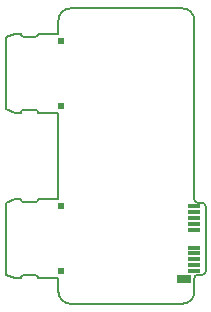
<source format=gbp>
G04 #@! TF.GenerationSoftware,KiCad,Pcbnew,5.0.1*
G04 #@! TF.CreationDate,2018-12-03T20:07:42+01:00*
G04 #@! TF.ProjectId,pd-buddy-wye,70642D62756464792D7779652E6B6963,v1.2*
G04 #@! TF.SameCoordinates,Original*
G04 #@! TF.FileFunction,Paste,Bot*
G04 #@! TF.FilePolarity,Positive*
%FSLAX46Y46*%
G04 Gerber Fmt 4.6, Leading zero omitted, Abs format (unit mm)*
G04 Created by KiCad (PCBNEW 5.0.1) date Mo 03 Dez 2018 20:07:42 CET*
%MOMM*%
%LPD*%
G01*
G04 APERTURE LIST*
%ADD10C,0.150000*%
%ADD11R,1.150000X0.700000*%
%ADD12R,1.000000X0.340000*%
%ADD13R,0.500000X0.500000*%
G04 APERTURE END LIST*
D10*
X30900000Y-22550000D02*
X30900000Y-15500000D01*
X30900000Y-38550000D02*
X30900000Y-37400000D01*
X17700000Y-30700000D02*
G75*
G02X17450000Y-30950000I-250000J0D01*
G01*
X16450000Y-30950000D02*
G75*
G02X16200000Y-30700000I0J250000D01*
G01*
X16200000Y-37400000D02*
G75*
G02X16450000Y-37150000I250000J0D01*
G01*
X17450000Y-37150000D02*
G75*
G02X17700000Y-37400000I0J-250000D01*
G01*
X17450000Y-23150000D02*
G75*
G02X17700000Y-23400000I0J-250000D01*
G01*
X16200000Y-23400000D02*
G75*
G02X16450000Y-23150000I250000J0D01*
G01*
X16450000Y-16950000D02*
G75*
G02X16200000Y-16700000I0J250000D01*
G01*
X17700000Y-16700000D02*
G75*
G02X17450000Y-16950000I-250000J0D01*
G01*
X19400000Y-37400000D02*
X19400000Y-38550000D01*
X17700000Y-37400000D02*
X19400000Y-37400000D01*
X16450000Y-37150000D02*
X17450000Y-37150000D01*
X15700000Y-37400000D02*
X16200000Y-37400000D01*
X14950000Y-37100000D02*
X15700000Y-37400000D01*
X14950000Y-31000000D02*
X14950000Y-37100000D01*
X15700000Y-30700000D02*
X14950000Y-31000000D01*
X16200000Y-30700000D02*
X15700000Y-30700000D01*
X17450000Y-30950000D02*
X16450000Y-30950000D01*
X19400000Y-30700000D02*
X17700000Y-30700000D01*
X19400000Y-23400000D02*
X19400000Y-30700000D01*
X17700000Y-23400000D02*
X19400000Y-23400000D01*
X16450000Y-23150000D02*
X17450000Y-23150000D01*
X15700000Y-23400000D02*
X16200000Y-23400000D01*
X14950000Y-23100000D02*
X15700000Y-23400000D01*
X14950000Y-17000000D02*
X14950000Y-23100000D01*
X15700000Y-16700000D02*
X14950000Y-17000000D01*
X16200000Y-16700000D02*
X15700000Y-16700000D01*
X17450000Y-16950000D02*
X16450000Y-16950000D01*
X19400000Y-16700000D02*
X17700000Y-16700000D01*
X19400000Y-15550000D02*
X19400000Y-16700000D01*
X31200000Y-31000000D02*
X31560000Y-31000000D01*
X30900000Y-30700000D02*
G75*
G03X31200000Y-31000000I300000J0D01*
G01*
X31860000Y-31300000D02*
X31860000Y-36800000D01*
X31860000Y-31300000D02*
G75*
G03X31560000Y-31000000I-300000J0D01*
G01*
X31560000Y-37100000D02*
X31200000Y-37100000D01*
X31560000Y-37100000D02*
G75*
G03X31860000Y-36800000I0J300000D01*
G01*
X31200000Y-37100000D02*
G75*
G03X30900000Y-37400000I0J-300000D01*
G01*
X30900000Y-15550000D02*
G75*
G03X29900000Y-14550000I-1000000J0D01*
G01*
X20400000Y-14550000D02*
G75*
G03X19400000Y-15550000I0J-1000000D01*
G01*
X19400000Y-38550000D02*
G75*
G03X20400000Y-39550000I1000000J0D01*
G01*
X29900000Y-39550000D02*
G75*
G03X30900000Y-38550000I0J1000000D01*
G01*
X20400000Y-39550000D02*
X29900000Y-39550000D01*
X29900000Y-14550000D02*
X20400000Y-14550000D01*
X30900000Y-30700000D02*
X30900000Y-22550000D01*
D11*
G04 #@! TO.C,P1*
X30020000Y-37470000D03*
D12*
X30860000Y-36800000D03*
X30860000Y-36300000D03*
X30860000Y-35800000D03*
X30860000Y-35300000D03*
X30860000Y-34800000D03*
X30860000Y-33300000D03*
X30860000Y-32800000D03*
X30860000Y-32300000D03*
X30860000Y-31800000D03*
X30860000Y-31300000D03*
G04 #@! TD*
D13*
G04 #@! TO.C,J2*
X19650000Y-31300000D03*
X19650000Y-36800000D03*
G04 #@! TD*
G04 #@! TO.C,J1*
X19650000Y-22800000D03*
X19650000Y-17300000D03*
G04 #@! TD*
M02*

</source>
